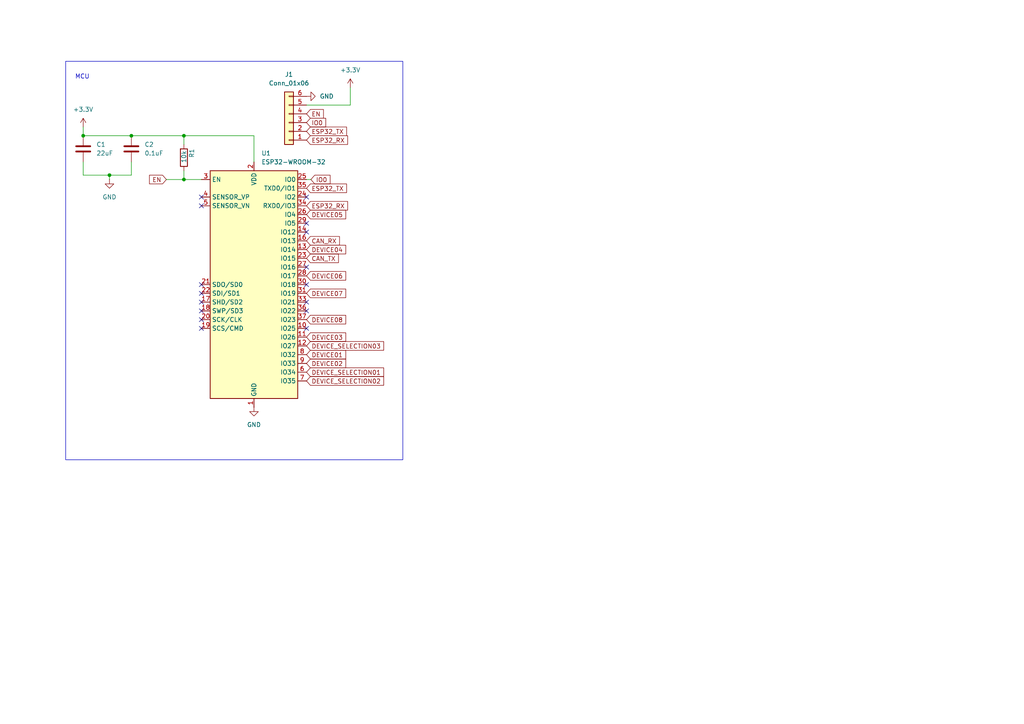
<source format=kicad_sch>
(kicad_sch (version 20250114) (generator "eeschema") (generator_version "9.0")
  (paper "A4")
  (lib_symbols
    (symbol "Connector_Generic:Conn_01x06" (pin_names (offset 1.016) (hide yes))
      (property "Reference" "J" (at 0 7.62 0))
      (property "Value" "Conn_01x06" (at 0 -10.16 0))
      (symbol "Conn_01x06_1_1"
        (rectangle (start -1.27 6.35) (end 1.27 -8.89) (stroke (width 0.254)) (fill (type background)))
        (rectangle (start -1.27 5.207) (end 0 4.953) (stroke (width 0.1524)))
        (rectangle (start -1.27 2.667) (end 0 2.413) (stroke (width 0.1524)))
        (rectangle (start -1.27 0.127) (end 0 -0.127) (stroke (width 0.1524)))
        (rectangle (start -1.27 -2.413) (end 0 -2.667) (stroke (width 0.1524)))
        (rectangle (start -1.27 -4.953) (end 0 -5.207) (stroke (width 0.1524)))
        (rectangle (start -1.27 -7.493) (end 0 -7.747) (stroke (width 0.1524)))
        (pin passive line (at -5.08 5.08 0) (length 3.81) (name "Pin_1") (number "1"))
        (pin passive line (at -5.08 2.54 0) (length 3.81) (name "Pin_2") (number "2"))
        (pin passive line (at -5.08 0 0) (length 3.81) (name "Pin_3") (number "3"))
        (pin passive line (at -5.08 -2.54 0) (length 3.81) (name "Pin_4") (number "4"))
        (pin passive line (at -5.08 -5.08 0) (length 3.81) (name "Pin_5") (number "5"))
        (pin passive line (at -5.08 -7.62 0) (length 3.81) (name "Pin_6") (number "6"))
      )
    )
    (symbol "Device:C" (pin_numbers (hide yes)) (pin_names (offset 0.254))
      (property "Reference" "C" (at 0.635 2.54 0))
      (property "Value" "C" (at 0.635 -2.54 0))
      (symbol "C_0_1"
        (polyline (pts (xy -2.032 0.762) (xy 2.032 0.762)) (stroke (width 0.508)))
        (polyline (pts (xy -2.032 -0.762) (xy 2.032 -0.762)) (stroke (width 0.508)))
      )
      (symbol "C_1_1"
        (pin passive line (at 0 3.81 270) (length 2.794) (name "~") (number "1"))
        (pin passive line (at 0 -3.81 90) (length 2.794) (name "~") (number "2"))
      )
    )
    (symbol "Device:R" (pin_numbers (hide yes)) (pin_names (offset 0))
      (property "Reference" "R" (at 2.032 0 90))
      (property "Value" "R" (at 0 0 90))
      (symbol "R_0_1"
        (rectangle (start -1.016 -2.54) (end 1.016 2.54) (stroke (width 0.254)))
      )
      (symbol "R_1_1"
        (pin passive line (at 0 3.81 270) (length 1.27) (name "~") (number "1"))
        (pin passive line (at 0 -3.81 90) (length 1.27) (name "~") (number "2"))
      )
    )
    (symbol "RF_Module:ESP32-WROOM-32"
      (property "Reference" "U" (at -12.7 34.29 0))
      (property "Value" "ESP32-WROOM-32" (at 1.27 34.29 0))
      (symbol "ESP32-WROOM-32_0_1"
        (rectangle (start -12.7 33.02) (end 12.7 -33.02) (stroke (width 0.254)) (fill (type background)))
      )
      (symbol "ESP32-WROOM-32_1_1"
        (pin input line (at -15.24 30.48 0) (length 2.54) (name "EN") (number "3"))
        (pin input line (at -15.24 25.4 0) (length 2.54) (name "SENSOR_VP") (number "4"))
        (pin input line (at -15.24 22.86 0) (length 2.54) (name "SENSOR_VN") (number "5"))
        (pin bidirectional line (at -15.24 0 0) (length 2.54) (name "SDO/SD0") (number "21"))
        (pin bidirectional line (at -15.24 -2.54 0) (length 2.54) (name "SDI/SD1") (number "22"))
        (pin bidirectional line (at -15.24 -5.08 0) (length 2.54) (name "SHD/SD2") (number "17"))
        (pin bidirectional line (at -15.24 -7.62 0) (length 2.54) (name "SWP/SD3") (number "18"))
        (pin bidirectional line (at -15.24 -10.16 0) (length 2.54) (name "SCK/CLK") (number "20"))
        (pin bidirectional line (at -15.24 -12.7 0) (length 2.54) (name "SCS/CMD") (number "19"))
        (pin no_connect line (at -12.7 -27.94 0) (length 2.54) (hide yes) (name "NC") (number "32"))
        (pin power_in line (at 0 35.56 270) (length 2.54) (name "VDD") (number "2"))
        (pin power_in line (at 0 -35.56 90) (length 2.54) (name "GND") (number "1"))
        (pin passive line (at 0 -35.56 90) (length 2.54) (hide yes) (name "GND") (number "15"))
        (pin passive line (at 0 -35.56 90) (length 2.54) (hide yes) (name "GND") (number "38"))
        (pin passive line (at 0 -35.56 90) (length 2.54) (hide yes) (name "GND") (number "39"))
        (pin bidirectional line (at 15.24 30.48 180) (length 2.54) (name "IO0") (number "25"))
        (pin bidirectional line (at 15.24 27.94 180) (length 2.54) (name "TXD0/IO1") (number "35"))
        (pin bidirectional line (at 15.24 25.4 180) (length 2.54) (name "IO2") (number "24"))
        (pin bidirectional line (at 15.24 22.86 180) (length 2.54) (name "RXD0/IO3") (number "34"))
        (pin bidirectional line (at 15.24 20.32 180) (length 2.54) (name "IO4") (number "26"))
        (pin bidirectional line (at 15.24 17.78 180) (length 2.54) (name "IO5") (number "29"))
        (pin bidirectional line (at 15.24 15.24 180) (length 2.54) (name "IO12") (number "14"))
        (pin bidirectional line (at 15.24 12.7 180) (length 2.54) (name "IO13") (number "16"))
        (pin bidirectional line (at 15.24 10.16 180) (length 2.54) (name "IO14") (number "13"))
        (pin bidirectional line (at 15.24 7.62 180) (length 2.54) (name "IO15") (number "23"))
        (pin bidirectional line (at 15.24 5.08 180) (length 2.54) (name "IO16") (number "27"))
        (pin bidirectional line (at 15.24 2.54 180) (length 2.54) (name "IO17") (number "28"))
        (pin bidirectional line (at 15.24 0 180) (length 2.54) (name "IO18") (number "30"))
        (pin bidirectional line (at 15.24 -2.54 180) (length 2.54) (name "IO19") (number "31"))
        (pin bidirectional line (at 15.24 -5.08 180) (length 2.54) (name "IO21") (number "33"))
        (pin bidirectional line (at 15.24 -7.62 180) (length 2.54) (name "IO22") (number "36"))
        (pin bidirectional line (at 15.24 -10.16 180) (length 2.54) (name "IO23") (number "37"))
        (pin bidirectional line (at 15.24 -12.7 180) (length 2.54) (name "IO25") (number "10"))
        (pin bidirectional line (at 15.24 -15.24 180) (length 2.54) (name "IO26") (number "11"))
        (pin bidirectional line (at 15.24 -17.78 180) (length 2.54) (name "IO27") (number "12"))
        (pin bidirectional line (at 15.24 -20.32 180) (length 2.54) (name "IO32") (number "8"))
        (pin bidirectional line (at 15.24 -22.86 180) (length 2.54) (name "IO33") (number "9"))
        (pin input line (at 15.24 -25.4 180) (length 2.54) (name "IO34") (number "6"))
        (pin input line (at 15.24 -27.94 180) (length 2.54) (name "IO35") (number "7"))
      )
    )
    (symbol "power:+3.3V" (power) (pin_numbers (hide yes)) (pin_names (offset 0) (hide yes))
      (property "Value" "+3.3V" (at 0 3.556 0))
      (symbol "+3.3V_0_1"
        (polyline (pts (xy -0.762 1.27) (xy 0 2.54)))
        (polyline (pts (xy 0 2.54) (xy 0.762 1.27)))
        (polyline (pts (xy 0 0) (xy 0 2.54)))
      )
      (symbol "+3.3V_1_1"
        (pin power_in line (at 0 0 90) (length 0) (name "~") (number "1"))
      )
    )
    (symbol "power:GND" (power) (pin_numbers (hide yes)) (pin_names (offset 0) (hide yes))
      (property "Value" "GND" (at 0 -3.81 0))
      (symbol "GND_0_1"
        (polyline (pts (xy 0 0) (xy 0 -1.27) (xy 1.27 -1.27) (xy 0 -2.54) (xy -1.27 -1.27) (xy 0 -1.27)))
      )
      (symbol "GND_1_1"
        (pin power_in line (at 0 0 270) (length 0) (name "~") (number "1"))
      )
    )
  )
  (rectangle (start 19.05 17.78) (end 116.84 133.35))
  (text "MCU" (at 23.876 22.352 0) (effects (font (size 1.27 1.27))))
  (junction (at 53.34 39.37))
  (junction (at 38.1 39.37))
  (junction (at 24.13 39.37))
  (junction (at 31.75 50.8))
  (junction (at 53.34 52.07))
  (no_connect (at 88.9 77.47))
  (no_connect (at 58.42 87.63))
  (no_connect (at 58.42 95.25))
  (no_connect (at 88.9 82.55))
  (no_connect (at 58.42 57.15))
  (no_connect (at 88.9 57.15))
  (no_connect (at 88.9 90.17))
  (no_connect (at 88.9 87.63))
  (no_connect (at 88.9 95.25))
  (no_connect (at 58.42 90.17))
  (no_connect (at 58.42 82.55))
  (no_connect (at 58.42 59.69))
  (no_connect (at 58.42 92.71))
  (no_connect (at 58.42 85.09))
  (no_connect (at 88.9 64.77))
  (no_connect (at 88.9 67.31))
  (wire (pts (xy 53.34 39.37) (xy 73.66 39.37)))
  (wire (pts (xy 73.66 39.37) (xy 73.66 46.99)))
  (wire (pts (xy 48.26 52.07) (xy 53.34 52.07)))
  (wire (pts (xy 53.34 49.53) (xy 53.34 52.07)))
  (wire (pts (xy 38.1 39.37) (xy 53.34 39.37)))
  (wire (pts (xy 24.13 36.83) (xy 24.13 39.37)))
  (wire (pts (xy 101.6 30.48) (xy 101.6 25.4)))
  (wire (pts (xy 24.13 50.8) (xy 31.75 50.8)))
  (wire (pts (xy 24.13 39.37) (xy 38.1 39.37)))
  (wire (pts (xy 88.9 52.07) (xy 90.17 52.07)))
  (wire (pts (xy 24.13 46.99) (xy 24.13 50.8)))
  (wire (pts (xy 53.34 41.91) (xy 53.34 39.37)))
  (wire (pts (xy 31.75 50.8) (xy 31.75 52.07)))
  (wire (pts (xy 88.9 30.48) (xy 101.6 30.48)))
  (wire (pts (xy 38.1 46.99) (xy 38.1 50.8)))
  (wire (pts (xy 53.34 52.07) (xy 58.42 52.07)))
  (wire (pts (xy 31.75 50.8) (xy 38.1 50.8)))
  (global_label "IO0" (shape input) (at 88.9 35.56 0) (property "Intersheetrefs" "${INTERSHEET_REFS}" (effects (hide yes))))
  (global_label "DEVICE07" (shape input) (at 88.9 85.09 0) (property "Intersheetrefs" "${INTERSHEET_REFS}" (effects (hide yes))))
  (global_label "DEVICE_SELECTION02" (shape input) (at 88.9 110.49 0) (property "Intersheetrefs" "${INTERSHEET_REFS}" (effects (hide yes))))
  (global_label "ESP32_RX" (shape input) (at 88.9 40.64 0) (property "Intersheetrefs" "${INTERSHEET_REFS}" (effects (hide yes))))
  (global_label "ESP32_TX" (shape input) (at 88.9 38.1 0) (property "Intersheetrefs" "${INTERSHEET_REFS}" (effects (hide yes))))
  (global_label "DEVICE02" (shape input) (at 88.9 105.41 0) (property "Intersheetrefs" "${INTERSHEET_REFS}" (effects (hide yes))))
  (global_label "IO0" (shape input) (at 90.17 52.07 0) (property "Intersheetrefs" "${INTERSHEET_REFS}" (effects (hide yes))))
  (global_label "DEVICE_SELECTION01" (shape input) (at 88.9 107.95 0) (property "Intersheetrefs" "${INTERSHEET_REFS}" (effects (hide yes))))
  (global_label "DEVICE_SELECTION03" (shape input) (at 88.9 100.33 0) (property "Intersheetrefs" "${INTERSHEET_REFS}" (effects (hide yes))))
  (global_label "ESP32_TX" (shape input) (at 88.9 54.61 0) (property "Intersheetrefs" "${INTERSHEET_REFS}" (effects (hide yes))))
  (global_label "DEVICE04" (shape input) (at 88.9 72.39 0) (property "Intersheetrefs" "${INTERSHEET_REFS}" (effects (hide yes))))
  (global_label "DEVICE06" (shape input) (at 88.9 80.01 0) (property "Intersheetrefs" "${INTERSHEET_REFS}" (effects (hide yes))))
  (global_label "EN" (shape input) (at 48.26 52.07 180) (property "Intersheetrefs" "${INTERSHEET_REFS}" (effects (hide yes))))
  (global_label "CAN_RX" (shape input) (at 88.9 69.85 0) (property "Intersheetrefs" "${INTERSHEET_REFS}" (effects (hide yes))))
  (global_label "DEVICE08" (shape input) (at 88.9 92.71 0) (property "Intersheetrefs" "${INTERSHEET_REFS}" (effects (hide yes))))
  (global_label "DEVICE05" (shape input) (at 88.9 62.23 0) (property "Intersheetrefs" "${INTERSHEET_REFS}" (effects (hide yes))))
  (global_label "ESP32_RX" (shape input) (at 88.9 59.69 0) (property "Intersheetrefs" "${INTERSHEET_REFS}" (effects (hide yes))))
  (global_label "CAN_TX" (shape input) (at 88.9 74.93 0) (property "Intersheetrefs" "${INTERSHEET_REFS}" (effects (hide yes))))
  (global_label "EN" (shape input) (at 88.9 33.02 0) (property "Intersheetrefs" "${INTERSHEET_REFS}" (effects (hide yes))))
  (global_label "DEVICE03" (shape input) (at 88.9 97.79 0) (property "Intersheetrefs" "${INTERSHEET_REFS}" (effects (hide yes))))
  (global_label "DEVICE01" (shape input) (at 88.9 102.87 0) (property "Intersheetrefs" "${INTERSHEET_REFS}" (effects (hide yes))))
  (symbol (lib_id "Device:C") (at 24.13 43.18 0) (unit 1)
    (property "Reference" "C1" (at 27.94 41.9099 0) (effects (justify left)))
    (property "Value" "22uF" (at 27.94 44.4499 0) (effects (justify left)))
    (property "Footprint" "Capacitor_SMD:C_1206_3216Metric_Pad1.33x1.80mm_HandSolder" (effects (hide yes)))
    (property "Description" "Unpolarized capacitor" (effects (hide yes)))
  )
  (symbol (lib_id "Device:C") (at 38.1 43.18 0) (unit 1)
    (property "Reference" "C2" (at 41.91 41.9099 0) (effects (justify left)))
    (property "Value" "0.1uF" (at 41.91 44.4499 0) (effects (justify left)))
    (property "Footprint" "Capacitor_SMD:C_1206_3216Metric_Pad1.33x1.80mm_HandSolder" (effects (hide yes)))
    (property "Description" "Unpolarized capacitor" (effects (hide yes)))
  )
  (symbol (lib_id "power:+3.3V") (at 101.6 25.4 0) (unit 1)
    (property "Reference" "#PWR04" (effects (hide yes)))
    (property "Value" "+3.3V" (at 101.6 20.32 0))
    (property "Description" "Power symbol creates a global label with name \"+3.3V\"" (effects (hide yes)))
  )
  (symbol (lib_id "power:GND") (at 31.75 52.07 0) (unit 1)
    (property "Reference" "#PWR01" (effects (hide yes)))
    (property "Value" "GND" (at 31.75 57.15 0))
    (property "Description" "Power symbol creates a global label with name \"GND\" , ground" (effects (hide yes)))
  )
  (symbol (lib_id "Connector_Generic:Conn_01x06") (at 83.82 35.56 180) (unit 1)
    (property "Reference" "J1" (at 83.82 21.59 0))
    (property "Value" "Conn_01x06" (at 83.82 24.13 0))
    (property "Footprint" "Connector_PinHeader_2.54mm:PinHeader_1x06_P2.54mm_Horizontal" (effects (hide yes)))
    (property "Description" "Generic connector, single row, 01x06, script generated (kicad-library-utils/schlib/autogen/connector/)" (effects (hide yes)))
  )
  (symbol (lib_id "power:+3.3V") (at 24.13 36.83 0) (unit 1)
    (property "Reference" "#PWR02" (effects (hide yes)))
    (property "Value" "+3.3V" (at 24.13 31.75 0))
    (property "Description" "Power symbol creates a global label with name \"+3.3V\"" (effects (hide yes)))
  )
  (symbol (lib_id "RF_Module:ESP32-WROOM-32") (at 73.66 82.55 0) (unit 1)
    (property "Reference" "U1" (at 75.8033 44.45 0) (effects (justify left)))
    (property "Value" "ESP32-WROOM-32" (at 75.8033 46.99 0) (effects (justify left)))
    (property "Footprint" "RF_Module:ESP32-WROOM-32U" (effects (hide yes)))
    (property "Datasheet" "https://www.espressif.com/sites/default/files/documentation/esp32-wroom-32_datasheet_en.pdf" (effects (hide yes)))
    (property "Description" "RF Module, ESP32-D0WDQ6 SoC, Wi-Fi 802.11b/g/n, Bluetooth, BLE, 32-bit, 2.7-3.6V, onboard antenna, SMD" (effects (hide yes)))
  )
  (symbol (lib_id "power:GND") (at 88.9 27.94 90) (unit 1)
    (property "Reference" "#PWR05" (effects (hide yes)))
    (property "Value" "GND" (at 92.71 27.9399 90) (effects (justify right)))
    (property "Description" "Power symbol creates a global label with name \"GND\" , ground" (effects (hide yes)))
  )
  (symbol (lib_id "Device:R") (at 53.34 45.72 0) (unit 1)
    (property "Reference" "R1" (at 55.626 44.45 90))
    (property "Value" "10k" (at 53.34 45.466 90))
    (property "Footprint" "Resistor_SMD:R_1206_3216Metric_Pad1.30x1.75mm_HandSolder" (effects (hide yes)))
    (property "Description" "Resistor" (effects (hide yes)))
  )
  (symbol (lib_id "power:GND") (at 73.66 118.11 0) (unit 1)
    (property "Reference" "#PWR03" (effects (hide yes)))
    (property "Value" "GND" (at 73.66 123.19 0))
    (property "Description" "Power symbol creates a global label with name \"GND\" , ground" (effects (hide yes)))
  )
)
</source>
